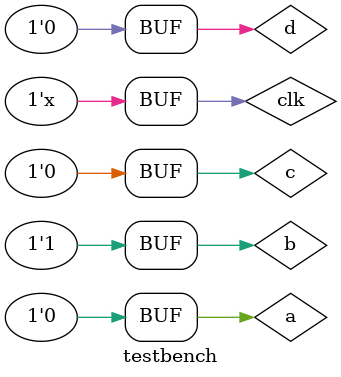
<source format=v>
`timescale 1ns / 1ps
module testbench();
	reg a, b, c, d, clk;
	wire y, z;
	
	circuit crk1 (a, b, c, d, clk, y, z);
	
	always
		#30 clk = !clk;
	
	initial 
		begin
		 clk = 1'b0;
		 a = 1'b0;
		 b = 1'b1;
		 c = 1'b1;
		 d = 1'b0;
		 
		 #30
		 c = 1'b0;
		 
		 #30
		 #30
		 a = 1'b1;
		 c = 1'b1;
		 #30
		 #30
		 b = 1'b0;
		 c = 1'b0;
		 d = 1'b1;
		 #30
		 #30
		 a = 1'b0;
		 b = 1'b1;
		 c = 1'b1;
		 d = 1'b0;
		 #120
		 c = 1'b0;
		 
	end
	
endmodule
</source>
